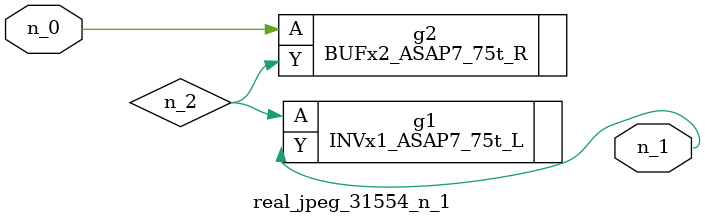
<source format=v>
module real_jpeg_31554_n_1 (n_0, n_1);

input n_0;

output n_1;

wire n_2;

BUFx2_ASAP7_75t_R g2 ( 
.A(n_0),
.Y(n_2)
);

INVx1_ASAP7_75t_L g1 ( 
.A(n_2),
.Y(n_1)
);


endmodule
</source>
